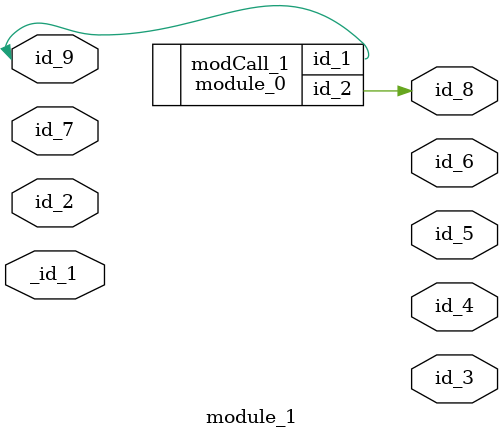
<source format=v>
module module_0 (
    id_1,
    id_2
);
  output wire id_2;
  inout wire id_1;
  wire id_3;
endmodule
module module_1 #(
    parameter id_1 = 32'd90
) (
    _id_1,
    id_2,
    id_3,
    id_4,
    id_5,
    id_6,
    id_7,
    id_8,
    id_9
);
  inout wire id_9;
  output wire id_8;
  input wire id_7;
  output wire id_6;
  output wire id_5;
  output wire id_4;
  output wire id_3;
  input wire id_2;
  inout wire _id_1;
  module_0 modCall_1 (
      id_9,
      id_8
  );
  wire [id_1 : -1] id_10;
endmodule

</source>
